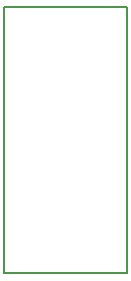
<source format=gbr>
G04 #@! TF.GenerationSoftware,KiCad,Pcbnew,5.1.0-060a0da~80~ubuntu18.04.1*
G04 #@! TF.CreationDate,2019-03-24T22:45:50+01:00*
G04 #@! TF.ProjectId,mav_psu,6d61765f-7073-4752-9e6b-696361645f70,rev?*
G04 #@! TF.SameCoordinates,Original*
G04 #@! TF.FileFunction,Profile,NP*
%FSLAX46Y46*%
G04 Gerber Fmt 4.6, Leading zero omitted, Abs format (unit mm)*
G04 Created by KiCad (PCBNEW 5.1.0-060a0da~80~ubuntu18.04.1) date 2019-03-24 22:45:50*
%MOMM*%
%LPD*%
G04 APERTURE LIST*
%ADD10C,0.200000*%
G04 APERTURE END LIST*
D10*
X113000000Y-133700000D02*
X113000000Y-111200000D01*
X123400000Y-133700000D02*
X113000000Y-133700000D01*
X123400000Y-111200000D02*
X123400000Y-133700000D01*
X113000000Y-111200000D02*
X123400000Y-111200000D01*
M02*

</source>
